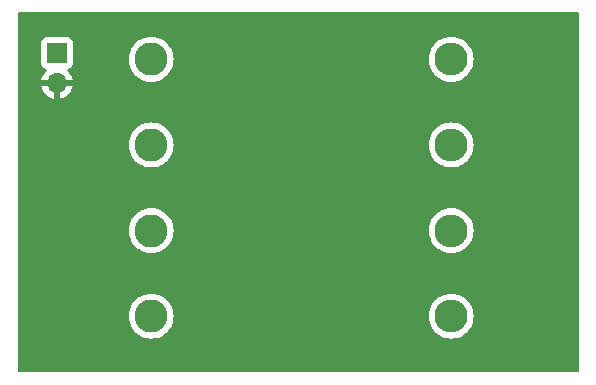
<source format=gbr>
%TF.GenerationSoftware,KiCad,Pcbnew,8.0.3*%
%TF.CreationDate,2024-06-27T14:15:57-04:00*%
%TF.ProjectId,PCB,5043422e-6b69-4636-9164-5f7063625858,rev?*%
%TF.SameCoordinates,Original*%
%TF.FileFunction,Copper,L2,Bot*%
%TF.FilePolarity,Positive*%
%FSLAX46Y46*%
G04 Gerber Fmt 4.6, Leading zero omitted, Abs format (unit mm)*
G04 Created by KiCad (PCBNEW 8.0.3) date 2024-06-27 14:15:57*
%MOMM*%
%LPD*%
G01*
G04 APERTURE LIST*
%TA.AperFunction,ComponentPad*%
%ADD10R,1.700000X1.700000*%
%TD*%
%TA.AperFunction,ComponentPad*%
%ADD11O,1.700000X1.700000*%
%TD*%
%TA.AperFunction,ComponentPad*%
%ADD12C,2.800000*%
%TD*%
%TA.AperFunction,ComponentPad*%
%ADD13O,2.800000X2.800000*%
%TD*%
%TA.AperFunction,ViaPad*%
%ADD14C,0.600000*%
%TD*%
G04 APERTURE END LIST*
D10*
%TO.P,J1,1,Pin_1*%
%TO.N,VCC*%
X213817200Y-47955200D03*
D11*
%TO.P,J1,2,Pin_2*%
%TO.N,GND*%
X213817200Y-50495200D03*
%TD*%
D12*
%TO.P,R4,1*%
%TO.N,VCC*%
X221800000Y-70250000D03*
D13*
%TO.P,R4,2*%
%TO.N,Net-(LED4-A)*%
X247200000Y-70250000D03*
%TD*%
D12*
%TO.P,R3,1*%
%TO.N,VCC*%
X221800000Y-63000000D03*
D13*
%TO.P,R3,2*%
%TO.N,Net-(LED3-A)*%
X247200000Y-63000000D03*
%TD*%
D12*
%TO.P,R2,1*%
%TO.N,VCC*%
X221800000Y-55750000D03*
D13*
%TO.P,R2,2*%
%TO.N,Net-(LED2-A)*%
X247200000Y-55750000D03*
%TD*%
D12*
%TO.P,R1,1*%
%TO.N,VCC*%
X221800000Y-48500000D03*
D13*
%TO.P,R1,2*%
%TO.N,Net-(LED1-A)*%
X247200000Y-48500000D03*
%TD*%
D14*
%TO.N,GND*%
X254152400Y-70129400D03*
X250342400Y-70002400D03*
X254558800Y-71043800D03*
X252171200Y-71094600D03*
X231140000Y-71120000D03*
X231140000Y-63500000D03*
X231140000Y-55880000D03*
X231140000Y-48260000D03*
X213360000Y-65024000D03*
X213360000Y-56134000D03*
X217551000Y-65532000D03*
X217678000Y-59182000D03*
X255016000Y-61214000D03*
X255016000Y-63627000D03*
X250190000Y-63627000D03*
X255016000Y-62357000D03*
X252603000Y-63500000D03*
X250317000Y-62357000D03*
X241427000Y-48133000D03*
X234188000Y-48260000D03*
X226695000Y-48260000D03*
X213741000Y-52324000D03*
X211963000Y-50546000D03*
X215646000Y-50419000D03*
X210947000Y-74549000D03*
X211201000Y-45085000D03*
X220472000Y-45212000D03*
X215519000Y-45339000D03*
X256159000Y-67691000D03*
X256286000Y-61087000D03*
X256413000Y-48006000D03*
X256286000Y-54610000D03*
X253492000Y-48133000D03*
X252603000Y-48133000D03*
X251714000Y-48133000D03*
X253492000Y-54737000D03*
X252603000Y-54737000D03*
X251714000Y-54737000D03*
X253492000Y-61214000D03*
X252603000Y-61214000D03*
X251714000Y-61214000D03*
X252628400Y-67792600D03*
X251688600Y-67792600D03*
X253517400Y-67792600D03*
X253000000Y-56000000D03*
X253000000Y-62500000D03*
%TD*%
%TA.AperFunction,Conductor*%
%TO.N,GND*%
G36*
X257942539Y-44520185D02*
G01*
X257988294Y-44572989D01*
X257999500Y-44624500D01*
X257999500Y-74875500D01*
X257979815Y-74942539D01*
X257927011Y-74988294D01*
X257875500Y-74999500D01*
X210624500Y-74999500D01*
X210557461Y-74979815D01*
X210511706Y-74927011D01*
X210500500Y-74875500D01*
X210500500Y-70249998D01*
X219894645Y-70249998D01*
X219894645Y-70250001D01*
X219914039Y-70521160D01*
X219914040Y-70521167D01*
X219971823Y-70786793D01*
X219971825Y-70786801D01*
X220048330Y-70991920D01*
X220066830Y-71041519D01*
X220197109Y-71280107D01*
X220197110Y-71280108D01*
X220197113Y-71280113D01*
X220360029Y-71497742D01*
X220360033Y-71497746D01*
X220360038Y-71497752D01*
X220552247Y-71689961D01*
X220552253Y-71689966D01*
X220552258Y-71689971D01*
X220769887Y-71852887D01*
X220769891Y-71852889D01*
X220769892Y-71852890D01*
X221008481Y-71983169D01*
X221008480Y-71983169D01*
X221008484Y-71983170D01*
X221008487Y-71983172D01*
X221263199Y-72078175D01*
X221528840Y-72135961D01*
X221780605Y-72153967D01*
X221799999Y-72155355D01*
X221800000Y-72155355D01*
X221800001Y-72155355D01*
X221818100Y-72154060D01*
X222071160Y-72135961D01*
X222336801Y-72078175D01*
X222591513Y-71983172D01*
X222591517Y-71983169D01*
X222591519Y-71983169D01*
X222710813Y-71918029D01*
X222830113Y-71852887D01*
X223047742Y-71689971D01*
X223239971Y-71497742D01*
X223402887Y-71280113D01*
X223533172Y-71041513D01*
X223628175Y-70786801D01*
X223685961Y-70521160D01*
X223705355Y-70250000D01*
X223705355Y-70249998D01*
X245294645Y-70249998D01*
X245294645Y-70250001D01*
X245314039Y-70521160D01*
X245314040Y-70521167D01*
X245371823Y-70786793D01*
X245371825Y-70786801D01*
X245448330Y-70991920D01*
X245466830Y-71041519D01*
X245597109Y-71280107D01*
X245597110Y-71280108D01*
X245597113Y-71280113D01*
X245760029Y-71497742D01*
X245760033Y-71497746D01*
X245760038Y-71497752D01*
X245952247Y-71689961D01*
X245952253Y-71689966D01*
X245952258Y-71689971D01*
X246169887Y-71852887D01*
X246169891Y-71852889D01*
X246169892Y-71852890D01*
X246408481Y-71983169D01*
X246408480Y-71983169D01*
X246408484Y-71983170D01*
X246408487Y-71983172D01*
X246663199Y-72078175D01*
X246928840Y-72135961D01*
X247180605Y-72153967D01*
X247199999Y-72155355D01*
X247200000Y-72155355D01*
X247200001Y-72155355D01*
X247218100Y-72154060D01*
X247471160Y-72135961D01*
X247736801Y-72078175D01*
X247991513Y-71983172D01*
X247991517Y-71983169D01*
X247991519Y-71983169D01*
X248110813Y-71918029D01*
X248230113Y-71852887D01*
X248447742Y-71689971D01*
X248639971Y-71497742D01*
X248802887Y-71280113D01*
X248933172Y-71041513D01*
X249028175Y-70786801D01*
X249085961Y-70521160D01*
X249105355Y-70250000D01*
X249085961Y-69978840D01*
X249028175Y-69713199D01*
X248933172Y-69458487D01*
X248933170Y-69458484D01*
X248933169Y-69458480D01*
X248802890Y-69219892D01*
X248802889Y-69219891D01*
X248802887Y-69219887D01*
X248639971Y-69002258D01*
X248639966Y-69002253D01*
X248639961Y-69002247D01*
X248447752Y-68810038D01*
X248447746Y-68810033D01*
X248447742Y-68810029D01*
X248230113Y-68647113D01*
X248230108Y-68647110D01*
X248230107Y-68647109D01*
X247991518Y-68516830D01*
X247991519Y-68516830D01*
X247941920Y-68498330D01*
X247736801Y-68421825D01*
X247736794Y-68421823D01*
X247736793Y-68421823D01*
X247471167Y-68364040D01*
X247471160Y-68364039D01*
X247200001Y-68344645D01*
X247199999Y-68344645D01*
X246928839Y-68364039D01*
X246928832Y-68364040D01*
X246663206Y-68421823D01*
X246663202Y-68421824D01*
X246663199Y-68421825D01*
X246535843Y-68469326D01*
X246408480Y-68516830D01*
X246169892Y-68647109D01*
X246169891Y-68647110D01*
X245952259Y-68810028D01*
X245952247Y-68810038D01*
X245760038Y-69002247D01*
X245760028Y-69002259D01*
X245597110Y-69219891D01*
X245597109Y-69219892D01*
X245466830Y-69458480D01*
X245419326Y-69585843D01*
X245371825Y-69713199D01*
X245371824Y-69713202D01*
X245371823Y-69713206D01*
X245314040Y-69978832D01*
X245314039Y-69978839D01*
X245294645Y-70249998D01*
X223705355Y-70249998D01*
X223685961Y-69978840D01*
X223628175Y-69713199D01*
X223533172Y-69458487D01*
X223533170Y-69458484D01*
X223533169Y-69458480D01*
X223402890Y-69219892D01*
X223402889Y-69219891D01*
X223402887Y-69219887D01*
X223239971Y-69002258D01*
X223239966Y-69002253D01*
X223239961Y-69002247D01*
X223047752Y-68810038D01*
X223047746Y-68810033D01*
X223047742Y-68810029D01*
X222830113Y-68647113D01*
X222830108Y-68647110D01*
X222830107Y-68647109D01*
X222591518Y-68516830D01*
X222591519Y-68516830D01*
X222541920Y-68498330D01*
X222336801Y-68421825D01*
X222336794Y-68421823D01*
X222336793Y-68421823D01*
X222071167Y-68364040D01*
X222071160Y-68364039D01*
X221800001Y-68344645D01*
X221799999Y-68344645D01*
X221528839Y-68364039D01*
X221528832Y-68364040D01*
X221263206Y-68421823D01*
X221263202Y-68421824D01*
X221263199Y-68421825D01*
X221135843Y-68469326D01*
X221008480Y-68516830D01*
X220769892Y-68647109D01*
X220769891Y-68647110D01*
X220552259Y-68810028D01*
X220552247Y-68810038D01*
X220360038Y-69002247D01*
X220360028Y-69002259D01*
X220197110Y-69219891D01*
X220197109Y-69219892D01*
X220066830Y-69458480D01*
X220019326Y-69585843D01*
X219971825Y-69713199D01*
X219971824Y-69713202D01*
X219971823Y-69713206D01*
X219914040Y-69978832D01*
X219914039Y-69978839D01*
X219894645Y-70249998D01*
X210500500Y-70249998D01*
X210500500Y-62999998D01*
X219894645Y-62999998D01*
X219894645Y-63000001D01*
X219914039Y-63271160D01*
X219914040Y-63271167D01*
X219971823Y-63536793D01*
X219971825Y-63536801D01*
X220048330Y-63741920D01*
X220066830Y-63791519D01*
X220197109Y-64030107D01*
X220197110Y-64030108D01*
X220197113Y-64030113D01*
X220360029Y-64247742D01*
X220360033Y-64247746D01*
X220360038Y-64247752D01*
X220552247Y-64439961D01*
X220552253Y-64439966D01*
X220552258Y-64439971D01*
X220769887Y-64602887D01*
X220769891Y-64602889D01*
X220769892Y-64602890D01*
X221008481Y-64733169D01*
X221008480Y-64733169D01*
X221008484Y-64733170D01*
X221008487Y-64733172D01*
X221263199Y-64828175D01*
X221528840Y-64885961D01*
X221780605Y-64903967D01*
X221799999Y-64905355D01*
X221800000Y-64905355D01*
X221800001Y-64905355D01*
X221818100Y-64904060D01*
X222071160Y-64885961D01*
X222336801Y-64828175D01*
X222591513Y-64733172D01*
X222591517Y-64733169D01*
X222591519Y-64733169D01*
X222710813Y-64668029D01*
X222830113Y-64602887D01*
X223047742Y-64439971D01*
X223239971Y-64247742D01*
X223402887Y-64030113D01*
X223533172Y-63791513D01*
X223628175Y-63536801D01*
X223685961Y-63271160D01*
X223705355Y-63000000D01*
X223705355Y-62999998D01*
X245294645Y-62999998D01*
X245294645Y-63000001D01*
X245314039Y-63271160D01*
X245314040Y-63271167D01*
X245371823Y-63536793D01*
X245371825Y-63536801D01*
X245448330Y-63741920D01*
X245466830Y-63791519D01*
X245597109Y-64030107D01*
X245597110Y-64030108D01*
X245597113Y-64030113D01*
X245760029Y-64247742D01*
X245760033Y-64247746D01*
X245760038Y-64247752D01*
X245952247Y-64439961D01*
X245952253Y-64439966D01*
X245952258Y-64439971D01*
X246169887Y-64602887D01*
X246169891Y-64602889D01*
X246169892Y-64602890D01*
X246408481Y-64733169D01*
X246408480Y-64733169D01*
X246408484Y-64733170D01*
X246408487Y-64733172D01*
X246663199Y-64828175D01*
X246928840Y-64885961D01*
X247180605Y-64903967D01*
X247199999Y-64905355D01*
X247200000Y-64905355D01*
X247200001Y-64905355D01*
X247218100Y-64904060D01*
X247471160Y-64885961D01*
X247736801Y-64828175D01*
X247991513Y-64733172D01*
X247991517Y-64733169D01*
X247991519Y-64733169D01*
X248110813Y-64668029D01*
X248230113Y-64602887D01*
X248447742Y-64439971D01*
X248639971Y-64247742D01*
X248802887Y-64030113D01*
X248933172Y-63791513D01*
X249028175Y-63536801D01*
X249085961Y-63271160D01*
X249105355Y-63000000D01*
X249085961Y-62728840D01*
X249028175Y-62463199D01*
X248933172Y-62208487D01*
X248933170Y-62208484D01*
X248933169Y-62208480D01*
X248802890Y-61969892D01*
X248802889Y-61969891D01*
X248802887Y-61969887D01*
X248639971Y-61752258D01*
X248639966Y-61752253D01*
X248639961Y-61752247D01*
X248447752Y-61560038D01*
X248447746Y-61560033D01*
X248447742Y-61560029D01*
X248230113Y-61397113D01*
X248230108Y-61397110D01*
X248230107Y-61397109D01*
X247991518Y-61266830D01*
X247991519Y-61266830D01*
X247941920Y-61248330D01*
X247736801Y-61171825D01*
X247736794Y-61171823D01*
X247736793Y-61171823D01*
X247471167Y-61114040D01*
X247471160Y-61114039D01*
X247200001Y-61094645D01*
X247199999Y-61094645D01*
X246928839Y-61114039D01*
X246928832Y-61114040D01*
X246663206Y-61171823D01*
X246663202Y-61171824D01*
X246663199Y-61171825D01*
X246535843Y-61219326D01*
X246408480Y-61266830D01*
X246169892Y-61397109D01*
X246169891Y-61397110D01*
X245952259Y-61560028D01*
X245952247Y-61560038D01*
X245760038Y-61752247D01*
X245760028Y-61752259D01*
X245597110Y-61969891D01*
X245597109Y-61969892D01*
X245466830Y-62208480D01*
X245419326Y-62335843D01*
X245371825Y-62463199D01*
X245371824Y-62463202D01*
X245371823Y-62463206D01*
X245314040Y-62728832D01*
X245314039Y-62728839D01*
X245294645Y-62999998D01*
X223705355Y-62999998D01*
X223685961Y-62728840D01*
X223628175Y-62463199D01*
X223533172Y-62208487D01*
X223533170Y-62208484D01*
X223533169Y-62208480D01*
X223402890Y-61969892D01*
X223402889Y-61969891D01*
X223402887Y-61969887D01*
X223239971Y-61752258D01*
X223239966Y-61752253D01*
X223239961Y-61752247D01*
X223047752Y-61560038D01*
X223047746Y-61560033D01*
X223047742Y-61560029D01*
X222830113Y-61397113D01*
X222830108Y-61397110D01*
X222830107Y-61397109D01*
X222591518Y-61266830D01*
X222591519Y-61266830D01*
X222541920Y-61248330D01*
X222336801Y-61171825D01*
X222336794Y-61171823D01*
X222336793Y-61171823D01*
X222071167Y-61114040D01*
X222071160Y-61114039D01*
X221800001Y-61094645D01*
X221799999Y-61094645D01*
X221528839Y-61114039D01*
X221528832Y-61114040D01*
X221263206Y-61171823D01*
X221263202Y-61171824D01*
X221263199Y-61171825D01*
X221135843Y-61219326D01*
X221008480Y-61266830D01*
X220769892Y-61397109D01*
X220769891Y-61397110D01*
X220552259Y-61560028D01*
X220552247Y-61560038D01*
X220360038Y-61752247D01*
X220360028Y-61752259D01*
X220197110Y-61969891D01*
X220197109Y-61969892D01*
X220066830Y-62208480D01*
X220019326Y-62335843D01*
X219971825Y-62463199D01*
X219971824Y-62463202D01*
X219971823Y-62463206D01*
X219914040Y-62728832D01*
X219914039Y-62728839D01*
X219894645Y-62999998D01*
X210500500Y-62999998D01*
X210500500Y-55749998D01*
X219894645Y-55749998D01*
X219894645Y-55750001D01*
X219914039Y-56021160D01*
X219914040Y-56021167D01*
X219971823Y-56286793D01*
X219971825Y-56286801D01*
X220048330Y-56491920D01*
X220066830Y-56541519D01*
X220197109Y-56780107D01*
X220197110Y-56780108D01*
X220197113Y-56780113D01*
X220360029Y-56997742D01*
X220360033Y-56997746D01*
X220360038Y-56997752D01*
X220552247Y-57189961D01*
X220552253Y-57189966D01*
X220552258Y-57189971D01*
X220769887Y-57352887D01*
X220769891Y-57352889D01*
X220769892Y-57352890D01*
X221008481Y-57483169D01*
X221008480Y-57483169D01*
X221008484Y-57483170D01*
X221008487Y-57483172D01*
X221263199Y-57578175D01*
X221528840Y-57635961D01*
X221780605Y-57653967D01*
X221799999Y-57655355D01*
X221800000Y-57655355D01*
X221800001Y-57655355D01*
X221818100Y-57654060D01*
X222071160Y-57635961D01*
X222336801Y-57578175D01*
X222591513Y-57483172D01*
X222591517Y-57483169D01*
X222591519Y-57483169D01*
X222710813Y-57418029D01*
X222830113Y-57352887D01*
X223047742Y-57189971D01*
X223239971Y-56997742D01*
X223402887Y-56780113D01*
X223533172Y-56541513D01*
X223628175Y-56286801D01*
X223685961Y-56021160D01*
X223705355Y-55750000D01*
X223705355Y-55749998D01*
X245294645Y-55749998D01*
X245294645Y-55750001D01*
X245314039Y-56021160D01*
X245314040Y-56021167D01*
X245371823Y-56286793D01*
X245371825Y-56286801D01*
X245448330Y-56491920D01*
X245466830Y-56541519D01*
X245597109Y-56780107D01*
X245597110Y-56780108D01*
X245597113Y-56780113D01*
X245760029Y-56997742D01*
X245760033Y-56997746D01*
X245760038Y-56997752D01*
X245952247Y-57189961D01*
X245952253Y-57189966D01*
X245952258Y-57189971D01*
X246169887Y-57352887D01*
X246169891Y-57352889D01*
X246169892Y-57352890D01*
X246408481Y-57483169D01*
X246408480Y-57483169D01*
X246408484Y-57483170D01*
X246408487Y-57483172D01*
X246663199Y-57578175D01*
X246928840Y-57635961D01*
X247180605Y-57653967D01*
X247199999Y-57655355D01*
X247200000Y-57655355D01*
X247200001Y-57655355D01*
X247218100Y-57654060D01*
X247471160Y-57635961D01*
X247736801Y-57578175D01*
X247991513Y-57483172D01*
X247991517Y-57483169D01*
X247991519Y-57483169D01*
X248110813Y-57418029D01*
X248230113Y-57352887D01*
X248447742Y-57189971D01*
X248639971Y-56997742D01*
X248802887Y-56780113D01*
X248933172Y-56541513D01*
X249028175Y-56286801D01*
X249085961Y-56021160D01*
X249105355Y-55750000D01*
X249085961Y-55478840D01*
X249028175Y-55213199D01*
X248933172Y-54958487D01*
X248933170Y-54958484D01*
X248933169Y-54958480D01*
X248802890Y-54719892D01*
X248802889Y-54719891D01*
X248802887Y-54719887D01*
X248639971Y-54502258D01*
X248639966Y-54502253D01*
X248639961Y-54502247D01*
X248447752Y-54310038D01*
X248447746Y-54310033D01*
X248447742Y-54310029D01*
X248230113Y-54147113D01*
X248230108Y-54147110D01*
X248230107Y-54147109D01*
X247991518Y-54016830D01*
X247991519Y-54016830D01*
X247941920Y-53998330D01*
X247736801Y-53921825D01*
X247736794Y-53921823D01*
X247736793Y-53921823D01*
X247471167Y-53864040D01*
X247471160Y-53864039D01*
X247200001Y-53844645D01*
X247199999Y-53844645D01*
X246928839Y-53864039D01*
X246928832Y-53864040D01*
X246663206Y-53921823D01*
X246663202Y-53921824D01*
X246663199Y-53921825D01*
X246535843Y-53969326D01*
X246408480Y-54016830D01*
X246169892Y-54147109D01*
X246169891Y-54147110D01*
X245952259Y-54310028D01*
X245952247Y-54310038D01*
X245760038Y-54502247D01*
X245760028Y-54502259D01*
X245597110Y-54719891D01*
X245597109Y-54719892D01*
X245466830Y-54958480D01*
X245419326Y-55085843D01*
X245371825Y-55213199D01*
X245371824Y-55213202D01*
X245371823Y-55213206D01*
X245314040Y-55478832D01*
X245314039Y-55478839D01*
X245294645Y-55749998D01*
X223705355Y-55749998D01*
X223685961Y-55478840D01*
X223628175Y-55213199D01*
X223533172Y-54958487D01*
X223533170Y-54958484D01*
X223533169Y-54958480D01*
X223402890Y-54719892D01*
X223402889Y-54719891D01*
X223402887Y-54719887D01*
X223239971Y-54502258D01*
X223239966Y-54502253D01*
X223239961Y-54502247D01*
X223047752Y-54310038D01*
X223047746Y-54310033D01*
X223047742Y-54310029D01*
X222830113Y-54147113D01*
X222830108Y-54147110D01*
X222830107Y-54147109D01*
X222591518Y-54016830D01*
X222591519Y-54016830D01*
X222541920Y-53998330D01*
X222336801Y-53921825D01*
X222336794Y-53921823D01*
X222336793Y-53921823D01*
X222071167Y-53864040D01*
X222071160Y-53864039D01*
X221800001Y-53844645D01*
X221799999Y-53844645D01*
X221528839Y-53864039D01*
X221528832Y-53864040D01*
X221263206Y-53921823D01*
X221263202Y-53921824D01*
X221263199Y-53921825D01*
X221135843Y-53969326D01*
X221008480Y-54016830D01*
X220769892Y-54147109D01*
X220769891Y-54147110D01*
X220552259Y-54310028D01*
X220552247Y-54310038D01*
X220360038Y-54502247D01*
X220360028Y-54502259D01*
X220197110Y-54719891D01*
X220197109Y-54719892D01*
X220066830Y-54958480D01*
X220019326Y-55085843D01*
X219971825Y-55213199D01*
X219971824Y-55213202D01*
X219971823Y-55213206D01*
X219914040Y-55478832D01*
X219914039Y-55478839D01*
X219894645Y-55749998D01*
X210500500Y-55749998D01*
X210500500Y-47057335D01*
X212466700Y-47057335D01*
X212466700Y-48853070D01*
X212466701Y-48853076D01*
X212473108Y-48912683D01*
X212523402Y-49047528D01*
X212523406Y-49047535D01*
X212609652Y-49162744D01*
X212609655Y-49162747D01*
X212724864Y-49248993D01*
X212724871Y-49248997D01*
X212724874Y-49248998D01*
X212856798Y-49298202D01*
X212912731Y-49340073D01*
X212937149Y-49405537D01*
X212922298Y-49473810D01*
X212901147Y-49502065D01*
X212779086Y-49624126D01*
X212643600Y-49817620D01*
X212643599Y-49817622D01*
X212543770Y-50031707D01*
X212543767Y-50031713D01*
X212486564Y-50245199D01*
X212486564Y-50245200D01*
X213384188Y-50245200D01*
X213351275Y-50302207D01*
X213317200Y-50429374D01*
X213317200Y-50561026D01*
X213351275Y-50688193D01*
X213384188Y-50745200D01*
X212486564Y-50745200D01*
X212543767Y-50958686D01*
X212543770Y-50958692D01*
X212643599Y-51172778D01*
X212779094Y-51366282D01*
X212946117Y-51533305D01*
X213139621Y-51668800D01*
X213353707Y-51768629D01*
X213353716Y-51768633D01*
X213567200Y-51825834D01*
X213567200Y-50928212D01*
X213624207Y-50961125D01*
X213751374Y-50995200D01*
X213883026Y-50995200D01*
X214010193Y-50961125D01*
X214067200Y-50928212D01*
X214067200Y-51825833D01*
X214280683Y-51768633D01*
X214280692Y-51768629D01*
X214494778Y-51668800D01*
X214688282Y-51533305D01*
X214855305Y-51366282D01*
X214990800Y-51172778D01*
X215090629Y-50958692D01*
X215090632Y-50958686D01*
X215147836Y-50745200D01*
X214250212Y-50745200D01*
X214283125Y-50688193D01*
X214317200Y-50561026D01*
X214317200Y-50429374D01*
X214283125Y-50302207D01*
X214250212Y-50245200D01*
X215147836Y-50245200D01*
X215147835Y-50245199D01*
X215090632Y-50031713D01*
X215090629Y-50031707D01*
X214990800Y-49817622D01*
X214990799Y-49817620D01*
X214855313Y-49624126D01*
X214855308Y-49624120D01*
X214733253Y-49502065D01*
X214699768Y-49440742D01*
X214704752Y-49371050D01*
X214746624Y-49315117D01*
X214777600Y-49298202D01*
X214909531Y-49248996D01*
X215024746Y-49162746D01*
X215110996Y-49047531D01*
X215161291Y-48912683D01*
X215167700Y-48853073D01*
X215167700Y-48499998D01*
X219894645Y-48499998D01*
X219894645Y-48500001D01*
X219914039Y-48771160D01*
X219914040Y-48771167D01*
X219944825Y-48912683D01*
X219971825Y-49036801D01*
X220018801Y-49162747D01*
X220066830Y-49291519D01*
X220197109Y-49530107D01*
X220197110Y-49530108D01*
X220197113Y-49530113D01*
X220360029Y-49747742D01*
X220360033Y-49747746D01*
X220360038Y-49747752D01*
X220552247Y-49939961D01*
X220552253Y-49939966D01*
X220552258Y-49939971D01*
X220769887Y-50102887D01*
X220769891Y-50102889D01*
X220769892Y-50102890D01*
X221008481Y-50233169D01*
X221008480Y-50233169D01*
X221008484Y-50233170D01*
X221008487Y-50233172D01*
X221263199Y-50328175D01*
X221528840Y-50385961D01*
X221780605Y-50403967D01*
X221799999Y-50405355D01*
X221800000Y-50405355D01*
X221800001Y-50405355D01*
X221818100Y-50404060D01*
X222071160Y-50385961D01*
X222336801Y-50328175D01*
X222591513Y-50233172D01*
X222591517Y-50233169D01*
X222591519Y-50233169D01*
X222710813Y-50168029D01*
X222830113Y-50102887D01*
X223047742Y-49939971D01*
X223239971Y-49747742D01*
X223402887Y-49530113D01*
X223506656Y-49340073D01*
X223533169Y-49291519D01*
X223533169Y-49291517D01*
X223533172Y-49291513D01*
X223628175Y-49036801D01*
X223685961Y-48771160D01*
X223705355Y-48500000D01*
X223705355Y-48499998D01*
X245294645Y-48499998D01*
X245294645Y-48500001D01*
X245314039Y-48771160D01*
X245314040Y-48771167D01*
X245344825Y-48912683D01*
X245371825Y-49036801D01*
X245418801Y-49162747D01*
X245466830Y-49291519D01*
X245597109Y-49530107D01*
X245597110Y-49530108D01*
X245597113Y-49530113D01*
X245760029Y-49747742D01*
X245760033Y-49747746D01*
X245760038Y-49747752D01*
X245952247Y-49939961D01*
X245952253Y-49939966D01*
X245952258Y-49939971D01*
X246169887Y-50102887D01*
X246169891Y-50102889D01*
X246169892Y-50102890D01*
X246408481Y-50233169D01*
X246408480Y-50233169D01*
X246408484Y-50233170D01*
X246408487Y-50233172D01*
X246663199Y-50328175D01*
X246928840Y-50385961D01*
X247180605Y-50403967D01*
X247199999Y-50405355D01*
X247200000Y-50405355D01*
X247200001Y-50405355D01*
X247218100Y-50404060D01*
X247471160Y-50385961D01*
X247736801Y-50328175D01*
X247991513Y-50233172D01*
X247991517Y-50233169D01*
X247991519Y-50233169D01*
X248110813Y-50168029D01*
X248230113Y-50102887D01*
X248447742Y-49939971D01*
X248639971Y-49747742D01*
X248802887Y-49530113D01*
X248906656Y-49340073D01*
X248933169Y-49291519D01*
X248933169Y-49291517D01*
X248933172Y-49291513D01*
X249028175Y-49036801D01*
X249085961Y-48771160D01*
X249105355Y-48500000D01*
X249085961Y-48228840D01*
X249028175Y-47963199D01*
X248933172Y-47708487D01*
X248933170Y-47708484D01*
X248933169Y-47708480D01*
X248802890Y-47469892D01*
X248802889Y-47469891D01*
X248802887Y-47469887D01*
X248639971Y-47252258D01*
X248639966Y-47252253D01*
X248639961Y-47252247D01*
X248447752Y-47060038D01*
X248447746Y-47060033D01*
X248447742Y-47060029D01*
X248230113Y-46897113D01*
X248230108Y-46897110D01*
X248230107Y-46897109D01*
X247991518Y-46766830D01*
X247991519Y-46766830D01*
X247940100Y-46747652D01*
X247736801Y-46671825D01*
X247736794Y-46671823D01*
X247736793Y-46671823D01*
X247471167Y-46614040D01*
X247471160Y-46614039D01*
X247200001Y-46594645D01*
X247199999Y-46594645D01*
X246928839Y-46614039D01*
X246928832Y-46614040D01*
X246663206Y-46671823D01*
X246663202Y-46671824D01*
X246663199Y-46671825D01*
X246535843Y-46719326D01*
X246408480Y-46766830D01*
X246169892Y-46897109D01*
X246169891Y-46897110D01*
X245952259Y-47060028D01*
X245952247Y-47060038D01*
X245760038Y-47252247D01*
X245760028Y-47252259D01*
X245597110Y-47469891D01*
X245597109Y-47469892D01*
X245466830Y-47708480D01*
X245419326Y-47835843D01*
X245371825Y-47963199D01*
X245371824Y-47963202D01*
X245371823Y-47963206D01*
X245314040Y-48228832D01*
X245314039Y-48228839D01*
X245294645Y-48499998D01*
X223705355Y-48499998D01*
X223685961Y-48228840D01*
X223628175Y-47963199D01*
X223533172Y-47708487D01*
X223533170Y-47708484D01*
X223533169Y-47708480D01*
X223402890Y-47469892D01*
X223402889Y-47469891D01*
X223402887Y-47469887D01*
X223239971Y-47252258D01*
X223239966Y-47252253D01*
X223239961Y-47252247D01*
X223047752Y-47060038D01*
X223047746Y-47060033D01*
X223047742Y-47060029D01*
X222830113Y-46897113D01*
X222830108Y-46897110D01*
X222830107Y-46897109D01*
X222591518Y-46766830D01*
X222591519Y-46766830D01*
X222540100Y-46747652D01*
X222336801Y-46671825D01*
X222336794Y-46671823D01*
X222336793Y-46671823D01*
X222071167Y-46614040D01*
X222071160Y-46614039D01*
X221800001Y-46594645D01*
X221799999Y-46594645D01*
X221528839Y-46614039D01*
X221528832Y-46614040D01*
X221263206Y-46671823D01*
X221263202Y-46671824D01*
X221263199Y-46671825D01*
X221135843Y-46719326D01*
X221008480Y-46766830D01*
X220769892Y-46897109D01*
X220769891Y-46897110D01*
X220552259Y-47060028D01*
X220552247Y-47060038D01*
X220360038Y-47252247D01*
X220360028Y-47252259D01*
X220197110Y-47469891D01*
X220197109Y-47469892D01*
X220066830Y-47708480D01*
X220019326Y-47835843D01*
X219971825Y-47963199D01*
X219971824Y-47963202D01*
X219971823Y-47963206D01*
X219914040Y-48228832D01*
X219914039Y-48228839D01*
X219894645Y-48499998D01*
X215167700Y-48499998D01*
X215167699Y-47057328D01*
X215161291Y-46997717D01*
X215110996Y-46862869D01*
X215110995Y-46862868D01*
X215110993Y-46862864D01*
X215024747Y-46747655D01*
X215024744Y-46747652D01*
X214909535Y-46661406D01*
X214909528Y-46661402D01*
X214774682Y-46611108D01*
X214774683Y-46611108D01*
X214715083Y-46604701D01*
X214715081Y-46604700D01*
X214715073Y-46604700D01*
X214715064Y-46604700D01*
X212919329Y-46604700D01*
X212919323Y-46604701D01*
X212859716Y-46611108D01*
X212724871Y-46661402D01*
X212724864Y-46661406D01*
X212609655Y-46747652D01*
X212609652Y-46747655D01*
X212523406Y-46862864D01*
X212523402Y-46862871D01*
X212473108Y-46997717D01*
X212466701Y-47057316D01*
X212466701Y-47057323D01*
X212466700Y-47057335D01*
X210500500Y-47057335D01*
X210500500Y-44624500D01*
X210520185Y-44557461D01*
X210572989Y-44511706D01*
X210624500Y-44500500D01*
X257875500Y-44500500D01*
X257942539Y-44520185D01*
G37*
%TD.AperFunction*%
%TD*%
M02*

</source>
